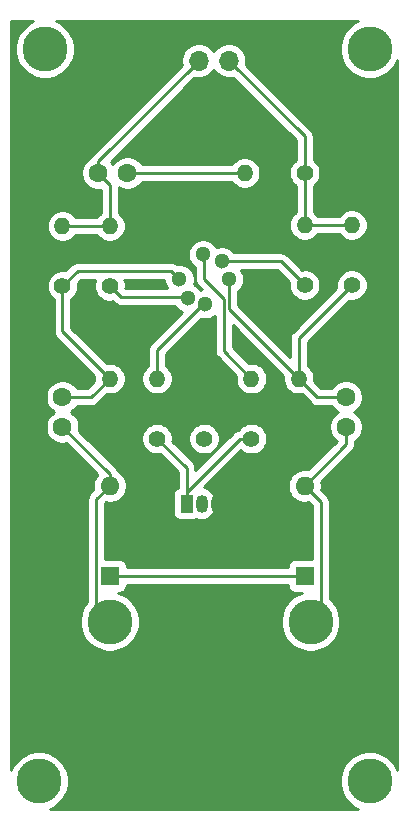
<source format=gbr>
%TF.GenerationSoftware,KiCad,Pcbnew,5.1.10*%
%TF.CreationDate,2021-06-08T02:44:04+02:00*%
%TF.ProjectId,piezo-jfet,7069657a-6f2d-46a6-9665-742e6b696361,rev?*%
%TF.SameCoordinates,Original*%
%TF.FileFunction,Copper,L1,Top*%
%TF.FilePolarity,Positive*%
%FSLAX46Y46*%
G04 Gerber Fmt 4.6, Leading zero omitted, Abs format (unit mm)*
G04 Created by KiCad (PCBNEW 5.1.10) date 2021-06-08 02:44:04*
%MOMM*%
%LPD*%
G01*
G04 APERTURE LIST*
%TA.AperFunction,ComponentPad*%
%ADD10O,1.400000X1.400000*%
%TD*%
%TA.AperFunction,ComponentPad*%
%ADD11C,1.400000*%
%TD*%
%TA.AperFunction,ComponentPad*%
%ADD12C,1.600000*%
%TD*%
%TA.AperFunction,ComponentPad*%
%ADD13O,1.600000X1.600000*%
%TD*%
%TA.AperFunction,ComponentPad*%
%ADD14R,1.600000X1.600000*%
%TD*%
%TA.AperFunction,ComponentPad*%
%ADD15O,1.700000X1.700000*%
%TD*%
%TA.AperFunction,ComponentPad*%
%ADD16R,1.700000X1.700000*%
%TD*%
%TA.AperFunction,ComponentPad*%
%ADD17R,1.050000X1.500000*%
%TD*%
%TA.AperFunction,ComponentPad*%
%ADD18O,1.050000X1.500000*%
%TD*%
%TA.AperFunction,ComponentPad*%
%ADD19C,3.800000*%
%TD*%
%TA.AperFunction,ComponentPad*%
%ADD20C,1.300000*%
%TD*%
%TA.AperFunction,ViaPad*%
%ADD21C,0.800000*%
%TD*%
%TA.AperFunction,Conductor*%
%ADD22C,0.250000*%
%TD*%
%TA.AperFunction,Conductor*%
%ADD23C,0.254000*%
%TD*%
%TA.AperFunction,Conductor*%
%ADD24C,0.100000*%
%TD*%
G04 APERTURE END LIST*
D10*
%TO.P,R5,2*%
%TO.N,Net-(C2-Pad1)*%
X72420000Y-58500000D03*
D11*
%TO.P,R5,1*%
%TO.N,Net-(J1-Pad3)*%
X77500000Y-58500000D03*
%TD*%
D12*
%TO.P,C1,2*%
%TO.N,Net-(C1-Pad2)*%
X57000000Y-80000000D03*
%TO.P,C1,1*%
%TO.N,Net-(C1-Pad1)*%
X57000000Y-77500000D03*
%TD*%
%TO.P,C2,2*%
%TO.N,Net-(C2-Pad2)*%
X60000000Y-58500000D03*
%TO.P,C2,1*%
%TO.N,Net-(C2-Pad1)*%
X62500000Y-58500000D03*
%TD*%
%TO.P,C3,2*%
%TO.N,Net-(C3-Pad2)*%
X81000000Y-77500000D03*
%TO.P,C3,1*%
%TO.N,Net-(C3-Pad1)*%
X81000000Y-80000000D03*
%TD*%
D13*
%TO.P,D1,2*%
%TO.N,Net-(C1-Pad2)*%
X61000000Y-85000000D03*
D14*
%TO.P,D1,1*%
%TO.N,Net-(D1-Pad1)*%
X61000000Y-92620000D03*
%TD*%
D13*
%TO.P,D2,2*%
%TO.N,Net-(C3-Pad1)*%
X77500000Y-85000000D03*
D14*
%TO.P,D2,1*%
%TO.N,Net-(D1-Pad1)*%
X77500000Y-92620000D03*
%TD*%
D10*
%TO.P,R1,2*%
%TO.N,Net-(C2-Pad2)*%
X57000000Y-63000000D03*
D11*
%TO.P,R1,1*%
%TO.N,Net-(C1-Pad1)*%
X57000000Y-68080000D03*
%TD*%
D10*
%TO.P,R2,2*%
%TO.N,Net-(C1-Pad1)*%
X61000000Y-75920000D03*
D11*
%TO.P,R2,1*%
%TO.N,GND*%
X61000000Y-81000000D03*
%TD*%
D10*
%TO.P,R3,2*%
%TO.N,Net-(C2-Pad2)*%
X61000000Y-63000000D03*
D11*
%TO.P,R3,1*%
%TO.N,Net-(Q2-Pad2)*%
X61000000Y-68080000D03*
%TD*%
D10*
%TO.P,R4,2*%
%TO.N,Net-(Q2-Pad1)*%
X65000000Y-75920000D03*
D11*
%TO.P,R4,1*%
%TO.N,Net-(Q1-Pad1)*%
X65000000Y-81000000D03*
%TD*%
D10*
%TO.P,R7,2*%
%TO.N,Net-(J1-Pad3)*%
X77500000Y-62920000D03*
D11*
%TO.P,R7,1*%
%TO.N,Net-(Q2-Pad5)*%
X77500000Y-68000000D03*
%TD*%
D10*
%TO.P,R8,2*%
%TO.N,Net-(Q2-Pad4)*%
X73000000Y-75920000D03*
D11*
%TO.P,R8,1*%
%TO.N,Net-(Q1-Pad1)*%
X73000000Y-81000000D03*
%TD*%
D10*
%TO.P,R9,2*%
%TO.N,Net-(J1-Pad3)*%
X81500000Y-62920000D03*
D11*
%TO.P,R9,1*%
%TO.N,Net-(C3-Pad2)*%
X81500000Y-68000000D03*
%TD*%
D10*
%TO.P,R10,2*%
%TO.N,Net-(C3-Pad2)*%
X77000000Y-75920000D03*
D11*
%TO.P,R10,1*%
%TO.N,GND*%
X77000000Y-81000000D03*
%TD*%
D15*
%TO.P,J1,3*%
%TO.N,Net-(J1-Pad3)*%
X71080000Y-49000000D03*
%TO.P,J1,2*%
%TO.N,Net-(C2-Pad2)*%
X68540000Y-49000000D03*
D16*
%TO.P,J1,1*%
%TO.N,GND*%
X66000000Y-49000000D03*
%TD*%
D17*
%TO.P,Q1,1*%
%TO.N,Net-(Q1-Pad1)*%
X67500000Y-86500000D03*
D18*
%TO.P,Q1,3*%
%TO.N,GND*%
X70040000Y-86500000D03*
%TO.P,Q1,2*%
%TO.N,Net-(Q1-Pad2)*%
X68770000Y-86500000D03*
%TD*%
D10*
%TO.P,R12,2*%
%TO.N,GND*%
X69000000Y-75920000D03*
D11*
%TO.P,R12,1*%
%TO.N,Net-(Q1-Pad2)*%
X69000000Y-81000000D03*
%TD*%
D19*
%TO.P,J2,1*%
%TO.N,Net-(J2-Pad1)*%
X55500000Y-48000000D03*
%TD*%
%TO.P,J3,1*%
%TO.N,Net-(J3-Pad1)*%
X55000000Y-110000000D03*
%TD*%
%TO.P,J4,1*%
%TO.N,Net-(J4-Pad1)*%
X83000000Y-48000000D03*
%TD*%
%TO.P,J5,1*%
%TO.N,Net-(J5-Pad1)*%
X83000000Y-110000000D03*
%TD*%
%TO.P,J6,1*%
%TO.N,Net-(C1-Pad2)*%
X61000000Y-96500000D03*
%TD*%
%TO.P,J8,1*%
%TO.N,GND*%
X69000000Y-96500000D03*
%TD*%
%TO.P,J9,1*%
%TO.N,Net-(C3-Pad1)*%
X78000000Y-96500000D03*
%TD*%
D20*
%TO.P,Q2,1*%
%TO.N,Net-(Q2-Pad1)*%
X69100000Y-69600000D03*
%TO.P,Q2,2*%
%TO.N,Net-(Q2-Pad2)*%
X67600000Y-69100000D03*
%TO.P,Q2,3*%
%TO.N,Net-(C1-Pad1)*%
X66900000Y-67500000D03*
%TO.P,Q2,4*%
%TO.N,Net-(Q2-Pad4)*%
X68900000Y-65400000D03*
%TO.P,Q2,5*%
%TO.N,Net-(Q2-Pad5)*%
X70500000Y-66000000D03*
%TO.P,Q2,6*%
%TO.N,Net-(C3-Pad2)*%
X71100000Y-67500000D03*
%TD*%
D21*
%TO.N,GND*%
X63000000Y-68000000D03*
%TD*%
D22*
%TO.N,Net-(C1-Pad2)*%
X61000000Y-84000000D02*
X61000000Y-85000000D01*
X57000000Y-80000000D02*
X61000000Y-84000000D01*
X59874999Y-86125001D02*
X61000000Y-85000000D01*
X59874999Y-95414999D02*
X59874999Y-86125001D01*
X60460000Y-96000000D02*
X59874999Y-95414999D01*
%TO.N,Net-(C1-Pad1)*%
X57000000Y-71920000D02*
X61000000Y-75920000D01*
X57000000Y-68080000D02*
X57000000Y-71920000D01*
X58279999Y-66800001D02*
X66200001Y-66800001D01*
X66200001Y-66800001D02*
X66900000Y-67500000D01*
X57000000Y-68080000D02*
X58279999Y-66800001D01*
X59420000Y-77500000D02*
X61000000Y-75920000D01*
X57000000Y-77500000D02*
X59420000Y-77500000D01*
%TO.N,Net-(C2-Pad1)*%
X72420000Y-58500000D02*
X62500000Y-58500000D01*
%TO.N,Net-(C2-Pad2)*%
X60000000Y-57540000D02*
X60000000Y-58500000D01*
X68540000Y-49000000D02*
X60000000Y-57540000D01*
X61000000Y-59500000D02*
X60000000Y-58500000D01*
X61000000Y-63000000D02*
X61000000Y-59500000D01*
X61000000Y-63000000D02*
X57000000Y-63000000D01*
%TO.N,Net-(C3-Pad1)*%
X81000000Y-81500000D02*
X77500000Y-85000000D01*
X81000000Y-80000000D02*
X81000000Y-81500000D01*
X78849999Y-86349999D02*
X77500000Y-85000000D01*
X78849999Y-95150001D02*
X78849999Y-86349999D01*
X78000000Y-96000000D02*
X78849999Y-95150001D01*
%TO.N,Net-(C3-Pad2)*%
X71100000Y-70020000D02*
X77000000Y-75920000D01*
X71100000Y-67400000D02*
X71100000Y-70020000D01*
X77000000Y-72500000D02*
X81500000Y-68000000D01*
X77000000Y-75920000D02*
X77000000Y-72500000D01*
X78580000Y-77500000D02*
X77000000Y-75920000D01*
X81000000Y-77500000D02*
X78580000Y-77500000D01*
%TO.N,Net-(D1-Pad1)*%
X61000000Y-92620000D02*
X77500000Y-92620000D01*
%TO.N,Net-(J1-Pad3)*%
X77500000Y-55420000D02*
X71080000Y-49000000D01*
X77500000Y-58500000D02*
X77500000Y-55420000D01*
X77500000Y-62920000D02*
X77500000Y-58500000D01*
X81500000Y-62920000D02*
X77500000Y-62920000D01*
%TO.N,Net-(Q1-Pad1)*%
X67500000Y-85510051D02*
X67500000Y-86500000D01*
X72010051Y-81000000D02*
X67500000Y-85510051D01*
X73000000Y-81000000D02*
X72010051Y-81000000D01*
X67500000Y-83500000D02*
X65000000Y-81000000D01*
X67500000Y-86500000D02*
X67500000Y-83500000D01*
%TO.N,Net-(Q2-Pad1)*%
X65000000Y-73500000D02*
X69000000Y-69500000D01*
X65000000Y-75920000D02*
X65000000Y-73500000D01*
%TO.N,Net-(Q2-Pad2)*%
X61920000Y-69000000D02*
X61000000Y-68080000D01*
X67500000Y-69000000D02*
X61920000Y-69000000D01*
%TO.N,Net-(Q2-Pad4)*%
X70649990Y-73569990D02*
X73000000Y-75920000D01*
X70649990Y-69149990D02*
X70649990Y-73569990D01*
X69000000Y-67500000D02*
X70649990Y-69149990D01*
X69000000Y-65400000D02*
X69000000Y-67500000D01*
%TO.N,Net-(Q2-Pad5)*%
X75500000Y-66000000D02*
X70500000Y-66000000D01*
X77500000Y-68000000D02*
X75500000Y-66000000D01*
%TD*%
D23*
%TO.N,GND*%
X54299227Y-45753512D02*
X53884032Y-46030937D01*
X53530937Y-46384032D01*
X53253512Y-46799227D01*
X53062418Y-47260568D01*
X52965000Y-47750324D01*
X52965000Y-48249676D01*
X53062418Y-48739432D01*
X53253512Y-49200773D01*
X53530937Y-49615968D01*
X53884032Y-49969063D01*
X54299227Y-50246488D01*
X54760568Y-50437582D01*
X55250324Y-50535000D01*
X55749676Y-50535000D01*
X56239432Y-50437582D01*
X56700773Y-50246488D01*
X57115968Y-49969063D01*
X57469063Y-49615968D01*
X57746488Y-49200773D01*
X57937582Y-48739432D01*
X58035000Y-48249676D01*
X58035000Y-47750324D01*
X57937582Y-47260568D01*
X57746488Y-46799227D01*
X57469063Y-46384032D01*
X57115968Y-46030937D01*
X56700773Y-45753512D01*
X56475015Y-45660000D01*
X82024985Y-45660000D01*
X81799227Y-45753512D01*
X81384032Y-46030937D01*
X81030937Y-46384032D01*
X80753512Y-46799227D01*
X80562418Y-47260568D01*
X80465000Y-47750324D01*
X80465000Y-48249676D01*
X80562418Y-48739432D01*
X80753512Y-49200773D01*
X81030937Y-49615968D01*
X81384032Y-49969063D01*
X81799227Y-50246488D01*
X82260568Y-50437582D01*
X82750324Y-50535000D01*
X83249676Y-50535000D01*
X83739432Y-50437582D01*
X84200773Y-50246488D01*
X84615968Y-49969063D01*
X84969063Y-49615968D01*
X85246488Y-49200773D01*
X85340001Y-48975013D01*
X85340000Y-109024985D01*
X85246488Y-108799227D01*
X84969063Y-108384032D01*
X84615968Y-108030937D01*
X84200773Y-107753512D01*
X83739432Y-107562418D01*
X83249676Y-107465000D01*
X82750324Y-107465000D01*
X82260568Y-107562418D01*
X81799227Y-107753512D01*
X81384032Y-108030937D01*
X81030937Y-108384032D01*
X80753512Y-108799227D01*
X80562418Y-109260568D01*
X80465000Y-109750324D01*
X80465000Y-110249676D01*
X80562418Y-110739432D01*
X80753512Y-111200773D01*
X81030937Y-111615968D01*
X81384032Y-111969063D01*
X81799227Y-112246488D01*
X82024985Y-112340000D01*
X55975015Y-112340000D01*
X56200773Y-112246488D01*
X56615968Y-111969063D01*
X56969063Y-111615968D01*
X57246488Y-111200773D01*
X57437582Y-110739432D01*
X57535000Y-110249676D01*
X57535000Y-109750324D01*
X57437582Y-109260568D01*
X57246488Y-108799227D01*
X56969063Y-108384032D01*
X56615968Y-108030937D01*
X56200773Y-107753512D01*
X55739432Y-107562418D01*
X55249676Y-107465000D01*
X54750324Y-107465000D01*
X54260568Y-107562418D01*
X53799227Y-107753512D01*
X53384032Y-108030937D01*
X53030937Y-108384032D01*
X52753512Y-108799227D01*
X52660000Y-109024985D01*
X52660000Y-77358665D01*
X55565000Y-77358665D01*
X55565000Y-77641335D01*
X55620147Y-77918574D01*
X55728320Y-78179727D01*
X55885363Y-78414759D01*
X56085241Y-78614637D01*
X56287827Y-78750000D01*
X56085241Y-78885363D01*
X55885363Y-79085241D01*
X55728320Y-79320273D01*
X55620147Y-79581426D01*
X55565000Y-79858665D01*
X55565000Y-80141335D01*
X55620147Y-80418574D01*
X55728320Y-80679727D01*
X55885363Y-80914759D01*
X56085241Y-81114637D01*
X56320273Y-81271680D01*
X56581426Y-81379853D01*
X56858665Y-81435000D01*
X57141335Y-81435000D01*
X57323887Y-81398688D01*
X59947901Y-84022703D01*
X59885363Y-84085241D01*
X59728320Y-84320273D01*
X59620147Y-84581426D01*
X59565000Y-84858665D01*
X59565000Y-85141335D01*
X59601312Y-85323887D01*
X59363997Y-85561202D01*
X59334999Y-85585000D01*
X59311201Y-85613998D01*
X59311200Y-85613999D01*
X59240025Y-85700725D01*
X59169453Y-85832755D01*
X59125997Y-85976016D01*
X59111323Y-86125001D01*
X59115000Y-86162333D01*
X59114999Y-94799970D01*
X59030937Y-94884032D01*
X58753512Y-95299227D01*
X58562418Y-95760568D01*
X58465000Y-96250324D01*
X58465000Y-96749676D01*
X58562418Y-97239432D01*
X58753512Y-97700773D01*
X59030937Y-98115968D01*
X59384032Y-98469063D01*
X59799227Y-98746488D01*
X60260568Y-98937582D01*
X60750324Y-99035000D01*
X61249676Y-99035000D01*
X61739432Y-98937582D01*
X62200773Y-98746488D01*
X62615968Y-98469063D01*
X62969063Y-98115968D01*
X63246488Y-97700773D01*
X63437582Y-97239432D01*
X63535000Y-96749676D01*
X63535000Y-96250324D01*
X63437582Y-95760568D01*
X63246488Y-95299227D01*
X62969063Y-94884032D01*
X62615968Y-94530937D01*
X62200773Y-94253512D01*
X61739432Y-94062418D01*
X61717583Y-94058072D01*
X61800000Y-94058072D01*
X61924482Y-94045812D01*
X62044180Y-94009502D01*
X62154494Y-93950537D01*
X62251185Y-93871185D01*
X62330537Y-93774494D01*
X62389502Y-93664180D01*
X62425812Y-93544482D01*
X62438072Y-93420000D01*
X62438072Y-93380000D01*
X76061928Y-93380000D01*
X76061928Y-93420000D01*
X76074188Y-93544482D01*
X76110498Y-93664180D01*
X76169463Y-93774494D01*
X76248815Y-93871185D01*
X76345506Y-93950537D01*
X76455820Y-94009502D01*
X76575518Y-94045812D01*
X76700000Y-94058072D01*
X77282417Y-94058072D01*
X77260568Y-94062418D01*
X76799227Y-94253512D01*
X76384032Y-94530937D01*
X76030937Y-94884032D01*
X75753512Y-95299227D01*
X75562418Y-95760568D01*
X75465000Y-96250324D01*
X75465000Y-96749676D01*
X75562418Y-97239432D01*
X75753512Y-97700773D01*
X76030937Y-98115968D01*
X76384032Y-98469063D01*
X76799227Y-98746488D01*
X77260568Y-98937582D01*
X77750324Y-99035000D01*
X78249676Y-99035000D01*
X78739432Y-98937582D01*
X79200773Y-98746488D01*
X79615968Y-98469063D01*
X79969063Y-98115968D01*
X80246488Y-97700773D01*
X80437582Y-97239432D01*
X80535000Y-96749676D01*
X80535000Y-96250324D01*
X80437582Y-95760568D01*
X80246488Y-95299227D01*
X79969063Y-94884032D01*
X79615968Y-94530937D01*
X79609999Y-94526949D01*
X79609999Y-86387322D01*
X79613675Y-86349999D01*
X79609999Y-86312676D01*
X79609999Y-86312666D01*
X79599002Y-86201013D01*
X79555545Y-86057752D01*
X79511855Y-85976015D01*
X79484973Y-85925722D01*
X79413798Y-85838996D01*
X79390000Y-85809998D01*
X79361002Y-85786200D01*
X78898688Y-85323886D01*
X78935000Y-85141335D01*
X78935000Y-84858665D01*
X78898688Y-84676114D01*
X81511008Y-82063795D01*
X81540001Y-82040001D01*
X81563795Y-82011008D01*
X81563799Y-82011004D01*
X81634973Y-81924277D01*
X81674134Y-81851013D01*
X81705546Y-81792247D01*
X81749003Y-81648986D01*
X81760000Y-81537333D01*
X81760000Y-81537324D01*
X81763676Y-81500001D01*
X81760000Y-81462678D01*
X81760000Y-81218043D01*
X81914759Y-81114637D01*
X82114637Y-80914759D01*
X82271680Y-80679727D01*
X82379853Y-80418574D01*
X82435000Y-80141335D01*
X82435000Y-79858665D01*
X82379853Y-79581426D01*
X82271680Y-79320273D01*
X82114637Y-79085241D01*
X81914759Y-78885363D01*
X81712173Y-78750000D01*
X81914759Y-78614637D01*
X82114637Y-78414759D01*
X82271680Y-78179727D01*
X82379853Y-77918574D01*
X82435000Y-77641335D01*
X82435000Y-77358665D01*
X82379853Y-77081426D01*
X82271680Y-76820273D01*
X82114637Y-76585241D01*
X81914759Y-76385363D01*
X81679727Y-76228320D01*
X81418574Y-76120147D01*
X81141335Y-76065000D01*
X80858665Y-76065000D01*
X80581426Y-76120147D01*
X80320273Y-76228320D01*
X80085241Y-76385363D01*
X79885363Y-76585241D01*
X79781957Y-76740000D01*
X78894803Y-76740000D01*
X78313645Y-76158843D01*
X78335000Y-76051486D01*
X78335000Y-75788514D01*
X78283696Y-75530595D01*
X78183061Y-75287641D01*
X78036962Y-75068987D01*
X77851013Y-74883038D01*
X77760000Y-74822225D01*
X77760000Y-72814801D01*
X81261157Y-69313645D01*
X81368514Y-69335000D01*
X81631486Y-69335000D01*
X81889405Y-69283696D01*
X82132359Y-69183061D01*
X82351013Y-69036962D01*
X82536962Y-68851013D01*
X82683061Y-68632359D01*
X82783696Y-68389405D01*
X82835000Y-68131486D01*
X82835000Y-67868514D01*
X82783696Y-67610595D01*
X82683061Y-67367641D01*
X82536962Y-67148987D01*
X82351013Y-66963038D01*
X82132359Y-66816939D01*
X81889405Y-66716304D01*
X81631486Y-66665000D01*
X81368514Y-66665000D01*
X81110595Y-66716304D01*
X80867641Y-66816939D01*
X80648987Y-66963038D01*
X80463038Y-67148987D01*
X80316939Y-67367641D01*
X80216304Y-67610595D01*
X80165000Y-67868514D01*
X80165000Y-68131486D01*
X80186355Y-68238843D01*
X76488998Y-71936201D01*
X76460000Y-71959999D01*
X76436202Y-71988997D01*
X76436201Y-71988998D01*
X76365026Y-72075724D01*
X76294454Y-72207754D01*
X76250998Y-72351015D01*
X76236324Y-72500000D01*
X76240001Y-72537332D01*
X76240001Y-74085199D01*
X71860000Y-69705199D01*
X71860000Y-68537641D01*
X71919140Y-68498125D01*
X72098125Y-68319140D01*
X72238753Y-68108676D01*
X72335619Y-67874821D01*
X72385000Y-67626561D01*
X72385000Y-67373439D01*
X72335619Y-67125179D01*
X72238753Y-66891324D01*
X72151005Y-66760000D01*
X75185199Y-66760000D01*
X76186355Y-67761157D01*
X76165000Y-67868514D01*
X76165000Y-68131486D01*
X76216304Y-68389405D01*
X76316939Y-68632359D01*
X76463038Y-68851013D01*
X76648987Y-69036962D01*
X76867641Y-69183061D01*
X77110595Y-69283696D01*
X77368514Y-69335000D01*
X77631486Y-69335000D01*
X77889405Y-69283696D01*
X78132359Y-69183061D01*
X78351013Y-69036962D01*
X78536962Y-68851013D01*
X78683061Y-68632359D01*
X78783696Y-68389405D01*
X78835000Y-68131486D01*
X78835000Y-67868514D01*
X78783696Y-67610595D01*
X78683061Y-67367641D01*
X78536962Y-67148987D01*
X78351013Y-66963038D01*
X78132359Y-66816939D01*
X77889405Y-66716304D01*
X77631486Y-66665000D01*
X77368514Y-66665000D01*
X77261157Y-66686355D01*
X76063804Y-65489003D01*
X76040001Y-65459999D01*
X75924276Y-65365026D01*
X75792247Y-65294454D01*
X75648986Y-65250997D01*
X75537333Y-65240000D01*
X75537322Y-65240000D01*
X75500000Y-65236324D01*
X75462678Y-65240000D01*
X71537641Y-65240000D01*
X71498125Y-65180860D01*
X71319140Y-65001875D01*
X71108676Y-64861247D01*
X70874821Y-64764381D01*
X70626561Y-64715000D01*
X70373439Y-64715000D01*
X70125179Y-64764381D01*
X70041884Y-64798883D01*
X70038753Y-64791324D01*
X69898125Y-64580860D01*
X69719140Y-64401875D01*
X69508676Y-64261247D01*
X69274821Y-64164381D01*
X69026561Y-64115000D01*
X68773439Y-64115000D01*
X68525179Y-64164381D01*
X68291324Y-64261247D01*
X68080860Y-64401875D01*
X67901875Y-64580860D01*
X67761247Y-64791324D01*
X67664381Y-65025179D01*
X67615000Y-65273439D01*
X67615000Y-65526561D01*
X67664381Y-65774821D01*
X67761247Y-66008676D01*
X67901875Y-66219140D01*
X68080860Y-66398125D01*
X68240001Y-66504460D01*
X68240001Y-67462668D01*
X68236324Y-67500000D01*
X68250998Y-67648985D01*
X68294454Y-67792246D01*
X68365026Y-67924276D01*
X68395368Y-67961247D01*
X68460000Y-68040001D01*
X68488998Y-68063799D01*
X68778895Y-68353696D01*
X68725179Y-68364381D01*
X68669377Y-68387495D01*
X68598125Y-68280860D01*
X68419140Y-68101875D01*
X68208676Y-67961247D01*
X68115762Y-67922761D01*
X68135619Y-67874821D01*
X68185000Y-67626561D01*
X68185000Y-67373439D01*
X68135619Y-67125179D01*
X68038753Y-66891324D01*
X67898125Y-66680860D01*
X67719140Y-66501875D01*
X67508676Y-66361247D01*
X67274821Y-66264381D01*
X67026561Y-66215000D01*
X66773439Y-66215000D01*
X66702390Y-66229132D01*
X66624277Y-66165027D01*
X66492248Y-66094455D01*
X66348987Y-66050998D01*
X66237334Y-66040001D01*
X66237323Y-66040001D01*
X66200001Y-66036325D01*
X66162679Y-66040001D01*
X58317322Y-66040001D01*
X58279999Y-66036325D01*
X58242676Y-66040001D01*
X58242666Y-66040001D01*
X58131013Y-66050998D01*
X57987752Y-66094455D01*
X57855722Y-66165027D01*
X57789786Y-66219140D01*
X57739998Y-66260000D01*
X57716200Y-66288998D01*
X57238843Y-66766355D01*
X57131486Y-66745000D01*
X56868514Y-66745000D01*
X56610595Y-66796304D01*
X56367641Y-66896939D01*
X56148987Y-67043038D01*
X55963038Y-67228987D01*
X55816939Y-67447641D01*
X55716304Y-67690595D01*
X55665000Y-67948514D01*
X55665000Y-68211486D01*
X55716304Y-68469405D01*
X55816939Y-68712359D01*
X55963038Y-68931013D01*
X56148987Y-69116962D01*
X56240000Y-69177775D01*
X56240001Y-71882668D01*
X56236324Y-71920000D01*
X56250998Y-72068985D01*
X56294454Y-72212246D01*
X56365026Y-72344276D01*
X56436201Y-72431002D01*
X56460000Y-72460001D01*
X56488998Y-72483799D01*
X59686355Y-75681157D01*
X59665000Y-75788514D01*
X59665000Y-76051486D01*
X59686355Y-76158843D01*
X59105199Y-76740000D01*
X58218043Y-76740000D01*
X58114637Y-76585241D01*
X57914759Y-76385363D01*
X57679727Y-76228320D01*
X57418574Y-76120147D01*
X57141335Y-76065000D01*
X56858665Y-76065000D01*
X56581426Y-76120147D01*
X56320273Y-76228320D01*
X56085241Y-76385363D01*
X55885363Y-76585241D01*
X55728320Y-76820273D01*
X55620147Y-77081426D01*
X55565000Y-77358665D01*
X52660000Y-77358665D01*
X52660000Y-62868514D01*
X55665000Y-62868514D01*
X55665000Y-63131486D01*
X55716304Y-63389405D01*
X55816939Y-63632359D01*
X55963038Y-63851013D01*
X56148987Y-64036962D01*
X56367641Y-64183061D01*
X56610595Y-64283696D01*
X56868514Y-64335000D01*
X57131486Y-64335000D01*
X57389405Y-64283696D01*
X57632359Y-64183061D01*
X57851013Y-64036962D01*
X58036962Y-63851013D01*
X58097775Y-63760000D01*
X59902225Y-63760000D01*
X59963038Y-63851013D01*
X60148987Y-64036962D01*
X60367641Y-64183061D01*
X60610595Y-64283696D01*
X60868514Y-64335000D01*
X61131486Y-64335000D01*
X61389405Y-64283696D01*
X61632359Y-64183061D01*
X61851013Y-64036962D01*
X62036962Y-63851013D01*
X62183061Y-63632359D01*
X62283696Y-63389405D01*
X62335000Y-63131486D01*
X62335000Y-62868514D01*
X62283696Y-62610595D01*
X62183061Y-62367641D01*
X62036962Y-62148987D01*
X61851013Y-61963038D01*
X61760000Y-61902225D01*
X61760000Y-59731407D01*
X61820273Y-59771680D01*
X62081426Y-59879853D01*
X62358665Y-59935000D01*
X62641335Y-59935000D01*
X62918574Y-59879853D01*
X63179727Y-59771680D01*
X63414759Y-59614637D01*
X63614637Y-59414759D01*
X63718043Y-59260000D01*
X71322225Y-59260000D01*
X71383038Y-59351013D01*
X71568987Y-59536962D01*
X71787641Y-59683061D01*
X72030595Y-59783696D01*
X72288514Y-59835000D01*
X72551486Y-59835000D01*
X72809405Y-59783696D01*
X73052359Y-59683061D01*
X73271013Y-59536962D01*
X73456962Y-59351013D01*
X73603061Y-59132359D01*
X73703696Y-58889405D01*
X73755000Y-58631486D01*
X73755000Y-58368514D01*
X73703696Y-58110595D01*
X73603061Y-57867641D01*
X73456962Y-57648987D01*
X73271013Y-57463038D01*
X73052359Y-57316939D01*
X72809405Y-57216304D01*
X72551486Y-57165000D01*
X72288514Y-57165000D01*
X72030595Y-57216304D01*
X71787641Y-57316939D01*
X71568987Y-57463038D01*
X71383038Y-57648987D01*
X71322225Y-57740000D01*
X63718043Y-57740000D01*
X63614637Y-57585241D01*
X63414759Y-57385363D01*
X63179727Y-57228320D01*
X62918574Y-57120147D01*
X62641335Y-57065000D01*
X62358665Y-57065000D01*
X62081426Y-57120147D01*
X61820273Y-57228320D01*
X61585241Y-57385363D01*
X61385363Y-57585241D01*
X61250000Y-57787827D01*
X61114637Y-57585241D01*
X61072099Y-57542703D01*
X68173592Y-50441210D01*
X68393740Y-50485000D01*
X68686260Y-50485000D01*
X68973158Y-50427932D01*
X69243411Y-50315990D01*
X69486632Y-50153475D01*
X69693475Y-49946632D01*
X69810000Y-49772240D01*
X69926525Y-49946632D01*
X70133368Y-50153475D01*
X70376589Y-50315990D01*
X70646842Y-50427932D01*
X70933740Y-50485000D01*
X71226260Y-50485000D01*
X71446408Y-50441209D01*
X76740001Y-55734803D01*
X76740000Y-57402225D01*
X76648987Y-57463038D01*
X76463038Y-57648987D01*
X76316939Y-57867641D01*
X76216304Y-58110595D01*
X76165000Y-58368514D01*
X76165000Y-58631486D01*
X76216304Y-58889405D01*
X76316939Y-59132359D01*
X76463038Y-59351013D01*
X76648987Y-59536962D01*
X76740001Y-59597775D01*
X76740000Y-61822225D01*
X76648987Y-61883038D01*
X76463038Y-62068987D01*
X76316939Y-62287641D01*
X76216304Y-62530595D01*
X76165000Y-62788514D01*
X76165000Y-63051486D01*
X76216304Y-63309405D01*
X76316939Y-63552359D01*
X76463038Y-63771013D01*
X76648987Y-63956962D01*
X76867641Y-64103061D01*
X77110595Y-64203696D01*
X77368514Y-64255000D01*
X77631486Y-64255000D01*
X77889405Y-64203696D01*
X78132359Y-64103061D01*
X78351013Y-63956962D01*
X78536962Y-63771013D01*
X78597775Y-63680000D01*
X80402225Y-63680000D01*
X80463038Y-63771013D01*
X80648987Y-63956962D01*
X80867641Y-64103061D01*
X81110595Y-64203696D01*
X81368514Y-64255000D01*
X81631486Y-64255000D01*
X81889405Y-64203696D01*
X82132359Y-64103061D01*
X82351013Y-63956962D01*
X82536962Y-63771013D01*
X82683061Y-63552359D01*
X82783696Y-63309405D01*
X82835000Y-63051486D01*
X82835000Y-62788514D01*
X82783696Y-62530595D01*
X82683061Y-62287641D01*
X82536962Y-62068987D01*
X82351013Y-61883038D01*
X82132359Y-61736939D01*
X81889405Y-61636304D01*
X81631486Y-61585000D01*
X81368514Y-61585000D01*
X81110595Y-61636304D01*
X80867641Y-61736939D01*
X80648987Y-61883038D01*
X80463038Y-62068987D01*
X80402225Y-62160000D01*
X78597775Y-62160000D01*
X78536962Y-62068987D01*
X78351013Y-61883038D01*
X78260000Y-61822225D01*
X78260000Y-59597775D01*
X78351013Y-59536962D01*
X78536962Y-59351013D01*
X78683061Y-59132359D01*
X78783696Y-58889405D01*
X78835000Y-58631486D01*
X78835000Y-58368514D01*
X78783696Y-58110595D01*
X78683061Y-57867641D01*
X78536962Y-57648987D01*
X78351013Y-57463038D01*
X78260000Y-57402225D01*
X78260000Y-55457322D01*
X78263676Y-55419999D01*
X78260000Y-55382676D01*
X78260000Y-55382667D01*
X78249003Y-55271014D01*
X78205546Y-55127753D01*
X78134974Y-54995723D01*
X78063799Y-54908997D01*
X78040001Y-54879999D01*
X78011003Y-54856201D01*
X72521209Y-49366408D01*
X72565000Y-49146260D01*
X72565000Y-48853740D01*
X72507932Y-48566842D01*
X72395990Y-48296589D01*
X72233475Y-48053368D01*
X72026632Y-47846525D01*
X71783411Y-47684010D01*
X71513158Y-47572068D01*
X71226260Y-47515000D01*
X70933740Y-47515000D01*
X70646842Y-47572068D01*
X70376589Y-47684010D01*
X70133368Y-47846525D01*
X69926525Y-48053368D01*
X69810000Y-48227760D01*
X69693475Y-48053368D01*
X69486632Y-47846525D01*
X69243411Y-47684010D01*
X68973158Y-47572068D01*
X68686260Y-47515000D01*
X68393740Y-47515000D01*
X68106842Y-47572068D01*
X67836589Y-47684010D01*
X67593368Y-47846525D01*
X67386525Y-48053368D01*
X67224010Y-48296589D01*
X67112068Y-48566842D01*
X67055000Y-48853740D01*
X67055000Y-49146260D01*
X67098790Y-49366408D01*
X59489003Y-56976196D01*
X59459999Y-56999999D01*
X59406655Y-57065000D01*
X59365026Y-57115724D01*
X59304842Y-57228320D01*
X59296269Y-57244359D01*
X59085241Y-57385363D01*
X58885363Y-57585241D01*
X58728320Y-57820273D01*
X58620147Y-58081426D01*
X58565000Y-58358665D01*
X58565000Y-58641335D01*
X58620147Y-58918574D01*
X58728320Y-59179727D01*
X58885363Y-59414759D01*
X59085241Y-59614637D01*
X59320273Y-59771680D01*
X59581426Y-59879853D01*
X59858665Y-59935000D01*
X60141335Y-59935000D01*
X60240001Y-59915374D01*
X60240000Y-61902225D01*
X60148987Y-61963038D01*
X59963038Y-62148987D01*
X59902225Y-62240000D01*
X58097775Y-62240000D01*
X58036962Y-62148987D01*
X57851013Y-61963038D01*
X57632359Y-61816939D01*
X57389405Y-61716304D01*
X57131486Y-61665000D01*
X56868514Y-61665000D01*
X56610595Y-61716304D01*
X56367641Y-61816939D01*
X56148987Y-61963038D01*
X55963038Y-62148987D01*
X55816939Y-62367641D01*
X55716304Y-62610595D01*
X55665000Y-62868514D01*
X52660000Y-62868514D01*
X52660000Y-45660000D01*
X54524985Y-45660000D01*
X54299227Y-45753512D01*
%TA.AperFunction,Conductor*%
D24*
G36*
X54299227Y-45753512D02*
G01*
X53884032Y-46030937D01*
X53530937Y-46384032D01*
X53253512Y-46799227D01*
X53062418Y-47260568D01*
X52965000Y-47750324D01*
X52965000Y-48249676D01*
X53062418Y-48739432D01*
X53253512Y-49200773D01*
X53530937Y-49615968D01*
X53884032Y-49969063D01*
X54299227Y-50246488D01*
X54760568Y-50437582D01*
X55250324Y-50535000D01*
X55749676Y-50535000D01*
X56239432Y-50437582D01*
X56700773Y-50246488D01*
X57115968Y-49969063D01*
X57469063Y-49615968D01*
X57746488Y-49200773D01*
X57937582Y-48739432D01*
X58035000Y-48249676D01*
X58035000Y-47750324D01*
X57937582Y-47260568D01*
X57746488Y-46799227D01*
X57469063Y-46384032D01*
X57115968Y-46030937D01*
X56700773Y-45753512D01*
X56475015Y-45660000D01*
X82024985Y-45660000D01*
X81799227Y-45753512D01*
X81384032Y-46030937D01*
X81030937Y-46384032D01*
X80753512Y-46799227D01*
X80562418Y-47260568D01*
X80465000Y-47750324D01*
X80465000Y-48249676D01*
X80562418Y-48739432D01*
X80753512Y-49200773D01*
X81030937Y-49615968D01*
X81384032Y-49969063D01*
X81799227Y-50246488D01*
X82260568Y-50437582D01*
X82750324Y-50535000D01*
X83249676Y-50535000D01*
X83739432Y-50437582D01*
X84200773Y-50246488D01*
X84615968Y-49969063D01*
X84969063Y-49615968D01*
X85246488Y-49200773D01*
X85340001Y-48975013D01*
X85340000Y-109024985D01*
X85246488Y-108799227D01*
X84969063Y-108384032D01*
X84615968Y-108030937D01*
X84200773Y-107753512D01*
X83739432Y-107562418D01*
X83249676Y-107465000D01*
X82750324Y-107465000D01*
X82260568Y-107562418D01*
X81799227Y-107753512D01*
X81384032Y-108030937D01*
X81030937Y-108384032D01*
X80753512Y-108799227D01*
X80562418Y-109260568D01*
X80465000Y-109750324D01*
X80465000Y-110249676D01*
X80562418Y-110739432D01*
X80753512Y-111200773D01*
X81030937Y-111615968D01*
X81384032Y-111969063D01*
X81799227Y-112246488D01*
X82024985Y-112340000D01*
X55975015Y-112340000D01*
X56200773Y-112246488D01*
X56615968Y-111969063D01*
X56969063Y-111615968D01*
X57246488Y-111200773D01*
X57437582Y-110739432D01*
X57535000Y-110249676D01*
X57535000Y-109750324D01*
X57437582Y-109260568D01*
X57246488Y-108799227D01*
X56969063Y-108384032D01*
X56615968Y-108030937D01*
X56200773Y-107753512D01*
X55739432Y-107562418D01*
X55249676Y-107465000D01*
X54750324Y-107465000D01*
X54260568Y-107562418D01*
X53799227Y-107753512D01*
X53384032Y-108030937D01*
X53030937Y-108384032D01*
X52753512Y-108799227D01*
X52660000Y-109024985D01*
X52660000Y-77358665D01*
X55565000Y-77358665D01*
X55565000Y-77641335D01*
X55620147Y-77918574D01*
X55728320Y-78179727D01*
X55885363Y-78414759D01*
X56085241Y-78614637D01*
X56287827Y-78750000D01*
X56085241Y-78885363D01*
X55885363Y-79085241D01*
X55728320Y-79320273D01*
X55620147Y-79581426D01*
X55565000Y-79858665D01*
X55565000Y-80141335D01*
X55620147Y-80418574D01*
X55728320Y-80679727D01*
X55885363Y-80914759D01*
X56085241Y-81114637D01*
X56320273Y-81271680D01*
X56581426Y-81379853D01*
X56858665Y-81435000D01*
X57141335Y-81435000D01*
X57323887Y-81398688D01*
X59947901Y-84022703D01*
X59885363Y-84085241D01*
X59728320Y-84320273D01*
X59620147Y-84581426D01*
X59565000Y-84858665D01*
X59565000Y-85141335D01*
X59601312Y-85323887D01*
X59363997Y-85561202D01*
X59334999Y-85585000D01*
X59311201Y-85613998D01*
X59311200Y-85613999D01*
X59240025Y-85700725D01*
X59169453Y-85832755D01*
X59125997Y-85976016D01*
X59111323Y-86125001D01*
X59115000Y-86162333D01*
X59114999Y-94799970D01*
X59030937Y-94884032D01*
X58753512Y-95299227D01*
X58562418Y-95760568D01*
X58465000Y-96250324D01*
X58465000Y-96749676D01*
X58562418Y-97239432D01*
X58753512Y-97700773D01*
X59030937Y-98115968D01*
X59384032Y-98469063D01*
X59799227Y-98746488D01*
X60260568Y-98937582D01*
X60750324Y-99035000D01*
X61249676Y-99035000D01*
X61739432Y-98937582D01*
X62200773Y-98746488D01*
X62615968Y-98469063D01*
X62969063Y-98115968D01*
X63246488Y-97700773D01*
X63437582Y-97239432D01*
X63535000Y-96749676D01*
X63535000Y-96250324D01*
X63437582Y-95760568D01*
X63246488Y-95299227D01*
X62969063Y-94884032D01*
X62615968Y-94530937D01*
X62200773Y-94253512D01*
X61739432Y-94062418D01*
X61717583Y-94058072D01*
X61800000Y-94058072D01*
X61924482Y-94045812D01*
X62044180Y-94009502D01*
X62154494Y-93950537D01*
X62251185Y-93871185D01*
X62330537Y-93774494D01*
X62389502Y-93664180D01*
X62425812Y-93544482D01*
X62438072Y-93420000D01*
X62438072Y-93380000D01*
X76061928Y-93380000D01*
X76061928Y-93420000D01*
X76074188Y-93544482D01*
X76110498Y-93664180D01*
X76169463Y-93774494D01*
X76248815Y-93871185D01*
X76345506Y-93950537D01*
X76455820Y-94009502D01*
X76575518Y-94045812D01*
X76700000Y-94058072D01*
X77282417Y-94058072D01*
X77260568Y-94062418D01*
X76799227Y-94253512D01*
X76384032Y-94530937D01*
X76030937Y-94884032D01*
X75753512Y-95299227D01*
X75562418Y-95760568D01*
X75465000Y-96250324D01*
X75465000Y-96749676D01*
X75562418Y-97239432D01*
X75753512Y-97700773D01*
X76030937Y-98115968D01*
X76384032Y-98469063D01*
X76799227Y-98746488D01*
X77260568Y-98937582D01*
X77750324Y-99035000D01*
X78249676Y-99035000D01*
X78739432Y-98937582D01*
X79200773Y-98746488D01*
X79615968Y-98469063D01*
X79969063Y-98115968D01*
X80246488Y-97700773D01*
X80437582Y-97239432D01*
X80535000Y-96749676D01*
X80535000Y-96250324D01*
X80437582Y-95760568D01*
X80246488Y-95299227D01*
X79969063Y-94884032D01*
X79615968Y-94530937D01*
X79609999Y-94526949D01*
X79609999Y-86387322D01*
X79613675Y-86349999D01*
X79609999Y-86312676D01*
X79609999Y-86312666D01*
X79599002Y-86201013D01*
X79555545Y-86057752D01*
X79511855Y-85976015D01*
X79484973Y-85925722D01*
X79413798Y-85838996D01*
X79390000Y-85809998D01*
X79361002Y-85786200D01*
X78898688Y-85323886D01*
X78935000Y-85141335D01*
X78935000Y-84858665D01*
X78898688Y-84676114D01*
X81511008Y-82063795D01*
X81540001Y-82040001D01*
X81563795Y-82011008D01*
X81563799Y-82011004D01*
X81634973Y-81924277D01*
X81674134Y-81851013D01*
X81705546Y-81792247D01*
X81749003Y-81648986D01*
X81760000Y-81537333D01*
X81760000Y-81537324D01*
X81763676Y-81500001D01*
X81760000Y-81462678D01*
X81760000Y-81218043D01*
X81914759Y-81114637D01*
X82114637Y-80914759D01*
X82271680Y-80679727D01*
X82379853Y-80418574D01*
X82435000Y-80141335D01*
X82435000Y-79858665D01*
X82379853Y-79581426D01*
X82271680Y-79320273D01*
X82114637Y-79085241D01*
X81914759Y-78885363D01*
X81712173Y-78750000D01*
X81914759Y-78614637D01*
X82114637Y-78414759D01*
X82271680Y-78179727D01*
X82379853Y-77918574D01*
X82435000Y-77641335D01*
X82435000Y-77358665D01*
X82379853Y-77081426D01*
X82271680Y-76820273D01*
X82114637Y-76585241D01*
X81914759Y-76385363D01*
X81679727Y-76228320D01*
X81418574Y-76120147D01*
X81141335Y-76065000D01*
X80858665Y-76065000D01*
X80581426Y-76120147D01*
X80320273Y-76228320D01*
X80085241Y-76385363D01*
X79885363Y-76585241D01*
X79781957Y-76740000D01*
X78894803Y-76740000D01*
X78313645Y-76158843D01*
X78335000Y-76051486D01*
X78335000Y-75788514D01*
X78283696Y-75530595D01*
X78183061Y-75287641D01*
X78036962Y-75068987D01*
X77851013Y-74883038D01*
X77760000Y-74822225D01*
X77760000Y-72814801D01*
X81261157Y-69313645D01*
X81368514Y-69335000D01*
X81631486Y-69335000D01*
X81889405Y-69283696D01*
X82132359Y-69183061D01*
X82351013Y-69036962D01*
X82536962Y-68851013D01*
X82683061Y-68632359D01*
X82783696Y-68389405D01*
X82835000Y-68131486D01*
X82835000Y-67868514D01*
X82783696Y-67610595D01*
X82683061Y-67367641D01*
X82536962Y-67148987D01*
X82351013Y-66963038D01*
X82132359Y-66816939D01*
X81889405Y-66716304D01*
X81631486Y-66665000D01*
X81368514Y-66665000D01*
X81110595Y-66716304D01*
X80867641Y-66816939D01*
X80648987Y-66963038D01*
X80463038Y-67148987D01*
X80316939Y-67367641D01*
X80216304Y-67610595D01*
X80165000Y-67868514D01*
X80165000Y-68131486D01*
X80186355Y-68238843D01*
X76488998Y-71936201D01*
X76460000Y-71959999D01*
X76436202Y-71988997D01*
X76436201Y-71988998D01*
X76365026Y-72075724D01*
X76294454Y-72207754D01*
X76250998Y-72351015D01*
X76236324Y-72500000D01*
X76240001Y-72537332D01*
X76240001Y-74085199D01*
X71860000Y-69705199D01*
X71860000Y-68537641D01*
X71919140Y-68498125D01*
X72098125Y-68319140D01*
X72238753Y-68108676D01*
X72335619Y-67874821D01*
X72385000Y-67626561D01*
X72385000Y-67373439D01*
X72335619Y-67125179D01*
X72238753Y-66891324D01*
X72151005Y-66760000D01*
X75185199Y-66760000D01*
X76186355Y-67761157D01*
X76165000Y-67868514D01*
X76165000Y-68131486D01*
X76216304Y-68389405D01*
X76316939Y-68632359D01*
X76463038Y-68851013D01*
X76648987Y-69036962D01*
X76867641Y-69183061D01*
X77110595Y-69283696D01*
X77368514Y-69335000D01*
X77631486Y-69335000D01*
X77889405Y-69283696D01*
X78132359Y-69183061D01*
X78351013Y-69036962D01*
X78536962Y-68851013D01*
X78683061Y-68632359D01*
X78783696Y-68389405D01*
X78835000Y-68131486D01*
X78835000Y-67868514D01*
X78783696Y-67610595D01*
X78683061Y-67367641D01*
X78536962Y-67148987D01*
X78351013Y-66963038D01*
X78132359Y-66816939D01*
X77889405Y-66716304D01*
X77631486Y-66665000D01*
X77368514Y-66665000D01*
X77261157Y-66686355D01*
X76063804Y-65489003D01*
X76040001Y-65459999D01*
X75924276Y-65365026D01*
X75792247Y-65294454D01*
X75648986Y-65250997D01*
X75537333Y-65240000D01*
X75537322Y-65240000D01*
X75500000Y-65236324D01*
X75462678Y-65240000D01*
X71537641Y-65240000D01*
X71498125Y-65180860D01*
X71319140Y-65001875D01*
X71108676Y-64861247D01*
X70874821Y-64764381D01*
X70626561Y-64715000D01*
X70373439Y-64715000D01*
X70125179Y-64764381D01*
X70041884Y-64798883D01*
X70038753Y-64791324D01*
X69898125Y-64580860D01*
X69719140Y-64401875D01*
X69508676Y-64261247D01*
X69274821Y-64164381D01*
X69026561Y-64115000D01*
X68773439Y-64115000D01*
X68525179Y-64164381D01*
X68291324Y-64261247D01*
X68080860Y-64401875D01*
X67901875Y-64580860D01*
X67761247Y-64791324D01*
X67664381Y-65025179D01*
X67615000Y-65273439D01*
X67615000Y-65526561D01*
X67664381Y-65774821D01*
X67761247Y-66008676D01*
X67901875Y-66219140D01*
X68080860Y-66398125D01*
X68240001Y-66504460D01*
X68240001Y-67462668D01*
X68236324Y-67500000D01*
X68250998Y-67648985D01*
X68294454Y-67792246D01*
X68365026Y-67924276D01*
X68395368Y-67961247D01*
X68460000Y-68040001D01*
X68488998Y-68063799D01*
X68778895Y-68353696D01*
X68725179Y-68364381D01*
X68669377Y-68387495D01*
X68598125Y-68280860D01*
X68419140Y-68101875D01*
X68208676Y-67961247D01*
X68115762Y-67922761D01*
X68135619Y-67874821D01*
X68185000Y-67626561D01*
X68185000Y-67373439D01*
X68135619Y-67125179D01*
X68038753Y-66891324D01*
X67898125Y-66680860D01*
X67719140Y-66501875D01*
X67508676Y-66361247D01*
X67274821Y-66264381D01*
X67026561Y-66215000D01*
X66773439Y-66215000D01*
X66702390Y-66229132D01*
X66624277Y-66165027D01*
X66492248Y-66094455D01*
X66348987Y-66050998D01*
X66237334Y-66040001D01*
X66237323Y-66040001D01*
X66200001Y-66036325D01*
X66162679Y-66040001D01*
X58317322Y-66040001D01*
X58279999Y-66036325D01*
X58242676Y-66040001D01*
X58242666Y-66040001D01*
X58131013Y-66050998D01*
X57987752Y-66094455D01*
X57855722Y-66165027D01*
X57789786Y-66219140D01*
X57739998Y-66260000D01*
X57716200Y-66288998D01*
X57238843Y-66766355D01*
X57131486Y-66745000D01*
X56868514Y-66745000D01*
X56610595Y-66796304D01*
X56367641Y-66896939D01*
X56148987Y-67043038D01*
X55963038Y-67228987D01*
X55816939Y-67447641D01*
X55716304Y-67690595D01*
X55665000Y-67948514D01*
X55665000Y-68211486D01*
X55716304Y-68469405D01*
X55816939Y-68712359D01*
X55963038Y-68931013D01*
X56148987Y-69116962D01*
X56240000Y-69177775D01*
X56240001Y-71882668D01*
X56236324Y-71920000D01*
X56250998Y-72068985D01*
X56294454Y-72212246D01*
X56365026Y-72344276D01*
X56436201Y-72431002D01*
X56460000Y-72460001D01*
X56488998Y-72483799D01*
X59686355Y-75681157D01*
X59665000Y-75788514D01*
X59665000Y-76051486D01*
X59686355Y-76158843D01*
X59105199Y-76740000D01*
X58218043Y-76740000D01*
X58114637Y-76585241D01*
X57914759Y-76385363D01*
X57679727Y-76228320D01*
X57418574Y-76120147D01*
X57141335Y-76065000D01*
X56858665Y-76065000D01*
X56581426Y-76120147D01*
X56320273Y-76228320D01*
X56085241Y-76385363D01*
X55885363Y-76585241D01*
X55728320Y-76820273D01*
X55620147Y-77081426D01*
X55565000Y-77358665D01*
X52660000Y-77358665D01*
X52660000Y-62868514D01*
X55665000Y-62868514D01*
X55665000Y-63131486D01*
X55716304Y-63389405D01*
X55816939Y-63632359D01*
X55963038Y-63851013D01*
X56148987Y-64036962D01*
X56367641Y-64183061D01*
X56610595Y-64283696D01*
X56868514Y-64335000D01*
X57131486Y-64335000D01*
X57389405Y-64283696D01*
X57632359Y-64183061D01*
X57851013Y-64036962D01*
X58036962Y-63851013D01*
X58097775Y-63760000D01*
X59902225Y-63760000D01*
X59963038Y-63851013D01*
X60148987Y-64036962D01*
X60367641Y-64183061D01*
X60610595Y-64283696D01*
X60868514Y-64335000D01*
X61131486Y-64335000D01*
X61389405Y-64283696D01*
X61632359Y-64183061D01*
X61851013Y-64036962D01*
X62036962Y-63851013D01*
X62183061Y-63632359D01*
X62283696Y-63389405D01*
X62335000Y-63131486D01*
X62335000Y-62868514D01*
X62283696Y-62610595D01*
X62183061Y-62367641D01*
X62036962Y-62148987D01*
X61851013Y-61963038D01*
X61760000Y-61902225D01*
X61760000Y-59731407D01*
X61820273Y-59771680D01*
X62081426Y-59879853D01*
X62358665Y-59935000D01*
X62641335Y-59935000D01*
X62918574Y-59879853D01*
X63179727Y-59771680D01*
X63414759Y-59614637D01*
X63614637Y-59414759D01*
X63718043Y-59260000D01*
X71322225Y-59260000D01*
X71383038Y-59351013D01*
X71568987Y-59536962D01*
X71787641Y-59683061D01*
X72030595Y-59783696D01*
X72288514Y-59835000D01*
X72551486Y-59835000D01*
X72809405Y-59783696D01*
X73052359Y-59683061D01*
X73271013Y-59536962D01*
X73456962Y-59351013D01*
X73603061Y-59132359D01*
X73703696Y-58889405D01*
X73755000Y-58631486D01*
X73755000Y-58368514D01*
X73703696Y-58110595D01*
X73603061Y-57867641D01*
X73456962Y-57648987D01*
X73271013Y-57463038D01*
X73052359Y-57316939D01*
X72809405Y-57216304D01*
X72551486Y-57165000D01*
X72288514Y-57165000D01*
X72030595Y-57216304D01*
X71787641Y-57316939D01*
X71568987Y-57463038D01*
X71383038Y-57648987D01*
X71322225Y-57740000D01*
X63718043Y-57740000D01*
X63614637Y-57585241D01*
X63414759Y-57385363D01*
X63179727Y-57228320D01*
X62918574Y-57120147D01*
X62641335Y-57065000D01*
X62358665Y-57065000D01*
X62081426Y-57120147D01*
X61820273Y-57228320D01*
X61585241Y-57385363D01*
X61385363Y-57585241D01*
X61250000Y-57787827D01*
X61114637Y-57585241D01*
X61072099Y-57542703D01*
X68173592Y-50441210D01*
X68393740Y-50485000D01*
X68686260Y-50485000D01*
X68973158Y-50427932D01*
X69243411Y-50315990D01*
X69486632Y-50153475D01*
X69693475Y-49946632D01*
X69810000Y-49772240D01*
X69926525Y-49946632D01*
X70133368Y-50153475D01*
X70376589Y-50315990D01*
X70646842Y-50427932D01*
X70933740Y-50485000D01*
X71226260Y-50485000D01*
X71446408Y-50441209D01*
X76740001Y-55734803D01*
X76740000Y-57402225D01*
X76648987Y-57463038D01*
X76463038Y-57648987D01*
X76316939Y-57867641D01*
X76216304Y-58110595D01*
X76165000Y-58368514D01*
X76165000Y-58631486D01*
X76216304Y-58889405D01*
X76316939Y-59132359D01*
X76463038Y-59351013D01*
X76648987Y-59536962D01*
X76740001Y-59597775D01*
X76740000Y-61822225D01*
X76648987Y-61883038D01*
X76463038Y-62068987D01*
X76316939Y-62287641D01*
X76216304Y-62530595D01*
X76165000Y-62788514D01*
X76165000Y-63051486D01*
X76216304Y-63309405D01*
X76316939Y-63552359D01*
X76463038Y-63771013D01*
X76648987Y-63956962D01*
X76867641Y-64103061D01*
X77110595Y-64203696D01*
X77368514Y-64255000D01*
X77631486Y-64255000D01*
X77889405Y-64203696D01*
X78132359Y-64103061D01*
X78351013Y-63956962D01*
X78536962Y-63771013D01*
X78597775Y-63680000D01*
X80402225Y-63680000D01*
X80463038Y-63771013D01*
X80648987Y-63956962D01*
X80867641Y-64103061D01*
X81110595Y-64203696D01*
X81368514Y-64255000D01*
X81631486Y-64255000D01*
X81889405Y-64203696D01*
X82132359Y-64103061D01*
X82351013Y-63956962D01*
X82536962Y-63771013D01*
X82683061Y-63552359D01*
X82783696Y-63309405D01*
X82835000Y-63051486D01*
X82835000Y-62788514D01*
X82783696Y-62530595D01*
X82683061Y-62287641D01*
X82536962Y-62068987D01*
X82351013Y-61883038D01*
X82132359Y-61736939D01*
X81889405Y-61636304D01*
X81631486Y-61585000D01*
X81368514Y-61585000D01*
X81110595Y-61636304D01*
X80867641Y-61736939D01*
X80648987Y-61883038D01*
X80463038Y-62068987D01*
X80402225Y-62160000D01*
X78597775Y-62160000D01*
X78536962Y-62068987D01*
X78351013Y-61883038D01*
X78260000Y-61822225D01*
X78260000Y-59597775D01*
X78351013Y-59536962D01*
X78536962Y-59351013D01*
X78683061Y-59132359D01*
X78783696Y-58889405D01*
X78835000Y-58631486D01*
X78835000Y-58368514D01*
X78783696Y-58110595D01*
X78683061Y-57867641D01*
X78536962Y-57648987D01*
X78351013Y-57463038D01*
X78260000Y-57402225D01*
X78260000Y-55457322D01*
X78263676Y-55419999D01*
X78260000Y-55382676D01*
X78260000Y-55382667D01*
X78249003Y-55271014D01*
X78205546Y-55127753D01*
X78134974Y-54995723D01*
X78063799Y-54908997D01*
X78040001Y-54879999D01*
X78011003Y-54856201D01*
X72521209Y-49366408D01*
X72565000Y-49146260D01*
X72565000Y-48853740D01*
X72507932Y-48566842D01*
X72395990Y-48296589D01*
X72233475Y-48053368D01*
X72026632Y-47846525D01*
X71783411Y-47684010D01*
X71513158Y-47572068D01*
X71226260Y-47515000D01*
X70933740Y-47515000D01*
X70646842Y-47572068D01*
X70376589Y-47684010D01*
X70133368Y-47846525D01*
X69926525Y-48053368D01*
X69810000Y-48227760D01*
X69693475Y-48053368D01*
X69486632Y-47846525D01*
X69243411Y-47684010D01*
X68973158Y-47572068D01*
X68686260Y-47515000D01*
X68393740Y-47515000D01*
X68106842Y-47572068D01*
X67836589Y-47684010D01*
X67593368Y-47846525D01*
X67386525Y-48053368D01*
X67224010Y-48296589D01*
X67112068Y-48566842D01*
X67055000Y-48853740D01*
X67055000Y-49146260D01*
X67098790Y-49366408D01*
X59489003Y-56976196D01*
X59459999Y-56999999D01*
X59406655Y-57065000D01*
X59365026Y-57115724D01*
X59304842Y-57228320D01*
X59296269Y-57244359D01*
X59085241Y-57385363D01*
X58885363Y-57585241D01*
X58728320Y-57820273D01*
X58620147Y-58081426D01*
X58565000Y-58358665D01*
X58565000Y-58641335D01*
X58620147Y-58918574D01*
X58728320Y-59179727D01*
X58885363Y-59414759D01*
X59085241Y-59614637D01*
X59320273Y-59771680D01*
X59581426Y-59879853D01*
X59858665Y-59935000D01*
X60141335Y-59935000D01*
X60240001Y-59915374D01*
X60240000Y-61902225D01*
X60148987Y-61963038D01*
X59963038Y-62148987D01*
X59902225Y-62240000D01*
X58097775Y-62240000D01*
X58036962Y-62148987D01*
X57851013Y-61963038D01*
X57632359Y-61816939D01*
X57389405Y-61716304D01*
X57131486Y-61665000D01*
X56868514Y-61665000D01*
X56610595Y-61716304D01*
X56367641Y-61816939D01*
X56148987Y-61963038D01*
X55963038Y-62148987D01*
X55816939Y-62367641D01*
X55716304Y-62610595D01*
X55665000Y-62868514D01*
X52660000Y-62868514D01*
X52660000Y-45660000D01*
X54524985Y-45660000D01*
X54299227Y-45753512D01*
G37*
%TD.AperFunction*%
D23*
X59716304Y-67690595D02*
X59665000Y-67948514D01*
X59665000Y-68211486D01*
X59716304Y-68469405D01*
X59816939Y-68712359D01*
X59963038Y-68931013D01*
X60148987Y-69116962D01*
X60367641Y-69263061D01*
X60610595Y-69363696D01*
X60868514Y-69415000D01*
X61131486Y-69415000D01*
X61238843Y-69393645D01*
X61356205Y-69511008D01*
X61379999Y-69540001D01*
X61408992Y-69563795D01*
X61408996Y-69563799D01*
X61479685Y-69621811D01*
X61495724Y-69634974D01*
X61627753Y-69705546D01*
X61771014Y-69749003D01*
X61882667Y-69760000D01*
X61882676Y-69760000D01*
X61919999Y-69763676D01*
X61957322Y-69760000D01*
X66495541Y-69760000D01*
X66601875Y-69919140D01*
X66780860Y-70098125D01*
X66991324Y-70238753D01*
X67129296Y-70295903D01*
X64488998Y-72936201D01*
X64460000Y-72959999D01*
X64436202Y-72988997D01*
X64436201Y-72988998D01*
X64365026Y-73075724D01*
X64294454Y-73207754D01*
X64250998Y-73351015D01*
X64236324Y-73500000D01*
X64240001Y-73537332D01*
X64240000Y-74822225D01*
X64148987Y-74883038D01*
X63963038Y-75068987D01*
X63816939Y-75287641D01*
X63716304Y-75530595D01*
X63665000Y-75788514D01*
X63665000Y-76051486D01*
X63716304Y-76309405D01*
X63816939Y-76552359D01*
X63963038Y-76771013D01*
X64148987Y-76956962D01*
X64367641Y-77103061D01*
X64610595Y-77203696D01*
X64868514Y-77255000D01*
X65131486Y-77255000D01*
X65389405Y-77203696D01*
X65632359Y-77103061D01*
X65851013Y-76956962D01*
X66036962Y-76771013D01*
X66183061Y-76552359D01*
X66283696Y-76309405D01*
X66335000Y-76051486D01*
X66335000Y-75788514D01*
X66283696Y-75530595D01*
X66183061Y-75287641D01*
X66036962Y-75068987D01*
X65851013Y-74883038D01*
X65760000Y-74822225D01*
X65760000Y-73814801D01*
X68736859Y-70837942D01*
X68973439Y-70885000D01*
X69226561Y-70885000D01*
X69474821Y-70835619D01*
X69708676Y-70738753D01*
X69889990Y-70617602D01*
X69889991Y-73532658D01*
X69886314Y-73569990D01*
X69900988Y-73718975D01*
X69944444Y-73862236D01*
X70015016Y-73994266D01*
X70072081Y-74063799D01*
X70109990Y-74109991D01*
X70138988Y-74133789D01*
X71686355Y-75681157D01*
X71665000Y-75788514D01*
X71665000Y-76051486D01*
X71716304Y-76309405D01*
X71816939Y-76552359D01*
X71963038Y-76771013D01*
X72148987Y-76956962D01*
X72367641Y-77103061D01*
X72610595Y-77203696D01*
X72868514Y-77255000D01*
X73131486Y-77255000D01*
X73389405Y-77203696D01*
X73632359Y-77103061D01*
X73851013Y-76956962D01*
X74036962Y-76771013D01*
X74183061Y-76552359D01*
X74283696Y-76309405D01*
X74335000Y-76051486D01*
X74335000Y-75788514D01*
X74283696Y-75530595D01*
X74183061Y-75287641D01*
X74036962Y-75068987D01*
X73851013Y-74883038D01*
X73632359Y-74736939D01*
X73389405Y-74636304D01*
X73131486Y-74585000D01*
X72868514Y-74585000D01*
X72761157Y-74606355D01*
X71409990Y-73255189D01*
X71409990Y-71404791D01*
X75686355Y-75681157D01*
X75665000Y-75788514D01*
X75665000Y-76051486D01*
X75716304Y-76309405D01*
X75816939Y-76552359D01*
X75963038Y-76771013D01*
X76148987Y-76956962D01*
X76367641Y-77103061D01*
X76610595Y-77203696D01*
X76868514Y-77255000D01*
X77131486Y-77255000D01*
X77238843Y-77233645D01*
X78016205Y-78011008D01*
X78039999Y-78040001D01*
X78068992Y-78063795D01*
X78068996Y-78063799D01*
X78139685Y-78121811D01*
X78155724Y-78134974D01*
X78287753Y-78205546D01*
X78431014Y-78249003D01*
X78542667Y-78260000D01*
X78542676Y-78260000D01*
X78579999Y-78263676D01*
X78617322Y-78260000D01*
X79781957Y-78260000D01*
X79885363Y-78414759D01*
X80085241Y-78614637D01*
X80287827Y-78750000D01*
X80085241Y-78885363D01*
X79885363Y-79085241D01*
X79728320Y-79320273D01*
X79620147Y-79581426D01*
X79565000Y-79858665D01*
X79565000Y-80141335D01*
X79620147Y-80418574D01*
X79728320Y-80679727D01*
X79885363Y-80914759D01*
X80085241Y-81114637D01*
X80220310Y-81204887D01*
X77823886Y-83601312D01*
X77641335Y-83565000D01*
X77358665Y-83565000D01*
X77081426Y-83620147D01*
X76820273Y-83728320D01*
X76585241Y-83885363D01*
X76385363Y-84085241D01*
X76228320Y-84320273D01*
X76120147Y-84581426D01*
X76065000Y-84858665D01*
X76065000Y-85141335D01*
X76120147Y-85418574D01*
X76228320Y-85679727D01*
X76385363Y-85914759D01*
X76585241Y-86114637D01*
X76820273Y-86271680D01*
X77081426Y-86379853D01*
X77358665Y-86435000D01*
X77641335Y-86435000D01*
X77823886Y-86398688D01*
X78090000Y-86664802D01*
X78089999Y-91181928D01*
X76700000Y-91181928D01*
X76575518Y-91194188D01*
X76455820Y-91230498D01*
X76345506Y-91289463D01*
X76248815Y-91368815D01*
X76169463Y-91465506D01*
X76110498Y-91575820D01*
X76074188Y-91695518D01*
X76061928Y-91820000D01*
X76061928Y-91860000D01*
X62438072Y-91860000D01*
X62438072Y-91820000D01*
X62425812Y-91695518D01*
X62389502Y-91575820D01*
X62330537Y-91465506D01*
X62251185Y-91368815D01*
X62154494Y-91289463D01*
X62044180Y-91230498D01*
X61924482Y-91194188D01*
X61800000Y-91181928D01*
X60634999Y-91181928D01*
X60634999Y-86439802D01*
X60676113Y-86398688D01*
X60858665Y-86435000D01*
X61141335Y-86435000D01*
X61418574Y-86379853D01*
X61679727Y-86271680D01*
X61914759Y-86114637D01*
X62114637Y-85914759D01*
X62271680Y-85679727D01*
X62379853Y-85418574D01*
X62435000Y-85141335D01*
X62435000Y-84858665D01*
X62379853Y-84581426D01*
X62271680Y-84320273D01*
X62114637Y-84085241D01*
X61914759Y-83885363D01*
X61719934Y-83755186D01*
X61705546Y-83707753D01*
X61634974Y-83575724D01*
X61540001Y-83459999D01*
X61511004Y-83436202D01*
X58943316Y-80868514D01*
X63665000Y-80868514D01*
X63665000Y-81131486D01*
X63716304Y-81389405D01*
X63816939Y-81632359D01*
X63963038Y-81851013D01*
X64148987Y-82036962D01*
X64367641Y-82183061D01*
X64610595Y-82283696D01*
X64868514Y-82335000D01*
X65131486Y-82335000D01*
X65238844Y-82313645D01*
X66740001Y-83814803D01*
X66740000Y-85157713D01*
X66730820Y-85160498D01*
X66620506Y-85219463D01*
X66523815Y-85298815D01*
X66444463Y-85395506D01*
X66385498Y-85505820D01*
X66349188Y-85625518D01*
X66336928Y-85750000D01*
X66336928Y-87250000D01*
X66349188Y-87374482D01*
X66385498Y-87494180D01*
X66444463Y-87604494D01*
X66523815Y-87701185D01*
X66620506Y-87780537D01*
X66730820Y-87839502D01*
X66850518Y-87875812D01*
X66975000Y-87888072D01*
X68025000Y-87888072D01*
X68149482Y-87875812D01*
X68269180Y-87839502D01*
X68333902Y-87804907D01*
X68542601Y-87868215D01*
X68770000Y-87890612D01*
X68997400Y-87868215D01*
X69216060Y-87801885D01*
X69417579Y-87694171D01*
X69594212Y-87549212D01*
X69739171Y-87372579D01*
X69846885Y-87171059D01*
X69913215Y-86952399D01*
X69930000Y-86781978D01*
X69930000Y-86218021D01*
X69913215Y-86047600D01*
X69846885Y-85828940D01*
X69739171Y-85627421D01*
X69594212Y-85450788D01*
X69417578Y-85305829D01*
X69216059Y-85198115D01*
X68997399Y-85131785D01*
X68957042Y-85127810D01*
X72098439Y-81986414D01*
X72148987Y-82036962D01*
X72367641Y-82183061D01*
X72610595Y-82283696D01*
X72868514Y-82335000D01*
X73131486Y-82335000D01*
X73389405Y-82283696D01*
X73632359Y-82183061D01*
X73851013Y-82036962D01*
X74036962Y-81851013D01*
X74183061Y-81632359D01*
X74283696Y-81389405D01*
X74335000Y-81131486D01*
X74335000Y-80868514D01*
X74283696Y-80610595D01*
X74183061Y-80367641D01*
X74036962Y-80148987D01*
X73851013Y-79963038D01*
X73632359Y-79816939D01*
X73389405Y-79716304D01*
X73131486Y-79665000D01*
X72868514Y-79665000D01*
X72610595Y-79716304D01*
X72367641Y-79816939D01*
X72148987Y-79963038D01*
X71963038Y-80148987D01*
X71897260Y-80247432D01*
X71861065Y-80250997D01*
X71717804Y-80294454D01*
X71585775Y-80365026D01*
X71470050Y-80459999D01*
X71446252Y-80488997D01*
X68260000Y-83675250D01*
X68260000Y-83537323D01*
X68263676Y-83500000D01*
X68260000Y-83462677D01*
X68260000Y-83462667D01*
X68249003Y-83351014D01*
X68205546Y-83207753D01*
X68134974Y-83075723D01*
X68063799Y-82988997D01*
X68040001Y-82959999D01*
X68011003Y-82936201D01*
X66313645Y-81238844D01*
X66335000Y-81131486D01*
X66335000Y-80868514D01*
X67665000Y-80868514D01*
X67665000Y-81131486D01*
X67716304Y-81389405D01*
X67816939Y-81632359D01*
X67963038Y-81851013D01*
X68148987Y-82036962D01*
X68367641Y-82183061D01*
X68610595Y-82283696D01*
X68868514Y-82335000D01*
X69131486Y-82335000D01*
X69389405Y-82283696D01*
X69632359Y-82183061D01*
X69851013Y-82036962D01*
X70036962Y-81851013D01*
X70183061Y-81632359D01*
X70283696Y-81389405D01*
X70335000Y-81131486D01*
X70335000Y-80868514D01*
X70283696Y-80610595D01*
X70183061Y-80367641D01*
X70036962Y-80148987D01*
X69851013Y-79963038D01*
X69632359Y-79816939D01*
X69389405Y-79716304D01*
X69131486Y-79665000D01*
X68868514Y-79665000D01*
X68610595Y-79716304D01*
X68367641Y-79816939D01*
X68148987Y-79963038D01*
X67963038Y-80148987D01*
X67816939Y-80367641D01*
X67716304Y-80610595D01*
X67665000Y-80868514D01*
X66335000Y-80868514D01*
X66283696Y-80610595D01*
X66183061Y-80367641D01*
X66036962Y-80148987D01*
X65851013Y-79963038D01*
X65632359Y-79816939D01*
X65389405Y-79716304D01*
X65131486Y-79665000D01*
X64868514Y-79665000D01*
X64610595Y-79716304D01*
X64367641Y-79816939D01*
X64148987Y-79963038D01*
X63963038Y-80148987D01*
X63816939Y-80367641D01*
X63716304Y-80610595D01*
X63665000Y-80868514D01*
X58943316Y-80868514D01*
X58398688Y-80323887D01*
X58435000Y-80141335D01*
X58435000Y-79858665D01*
X58379853Y-79581426D01*
X58271680Y-79320273D01*
X58114637Y-79085241D01*
X57914759Y-78885363D01*
X57712173Y-78750000D01*
X57914759Y-78614637D01*
X58114637Y-78414759D01*
X58218043Y-78260000D01*
X59382678Y-78260000D01*
X59420000Y-78263676D01*
X59457322Y-78260000D01*
X59457333Y-78260000D01*
X59568986Y-78249003D01*
X59712247Y-78205546D01*
X59844276Y-78134974D01*
X59960001Y-78040001D01*
X59983803Y-78010998D01*
X60761157Y-77233645D01*
X60868514Y-77255000D01*
X61131486Y-77255000D01*
X61389405Y-77203696D01*
X61632359Y-77103061D01*
X61851013Y-76956962D01*
X62036962Y-76771013D01*
X62183061Y-76552359D01*
X62283696Y-76309405D01*
X62335000Y-76051486D01*
X62335000Y-75788514D01*
X62283696Y-75530595D01*
X62183061Y-75287641D01*
X62036962Y-75068987D01*
X61851013Y-74883038D01*
X61632359Y-74736939D01*
X61389405Y-74636304D01*
X61131486Y-74585000D01*
X60868514Y-74585000D01*
X60761157Y-74606355D01*
X57760000Y-71605199D01*
X57760000Y-69177775D01*
X57851013Y-69116962D01*
X58036962Y-68931013D01*
X58183061Y-68712359D01*
X58283696Y-68469405D01*
X58335000Y-68211486D01*
X58335000Y-67948514D01*
X58313645Y-67841157D01*
X58594801Y-67560001D01*
X59770398Y-67560001D01*
X59716304Y-67690595D01*
%TA.AperFunction,Conductor*%
D24*
G36*
X59716304Y-67690595D02*
G01*
X59665000Y-67948514D01*
X59665000Y-68211486D01*
X59716304Y-68469405D01*
X59816939Y-68712359D01*
X59963038Y-68931013D01*
X60148987Y-69116962D01*
X60367641Y-69263061D01*
X60610595Y-69363696D01*
X60868514Y-69415000D01*
X61131486Y-69415000D01*
X61238843Y-69393645D01*
X61356205Y-69511008D01*
X61379999Y-69540001D01*
X61408992Y-69563795D01*
X61408996Y-69563799D01*
X61479685Y-69621811D01*
X61495724Y-69634974D01*
X61627753Y-69705546D01*
X61771014Y-69749003D01*
X61882667Y-69760000D01*
X61882676Y-69760000D01*
X61919999Y-69763676D01*
X61957322Y-69760000D01*
X66495541Y-69760000D01*
X66601875Y-69919140D01*
X66780860Y-70098125D01*
X66991324Y-70238753D01*
X67129296Y-70295903D01*
X64488998Y-72936201D01*
X64460000Y-72959999D01*
X64436202Y-72988997D01*
X64436201Y-72988998D01*
X64365026Y-73075724D01*
X64294454Y-73207754D01*
X64250998Y-73351015D01*
X64236324Y-73500000D01*
X64240001Y-73537332D01*
X64240000Y-74822225D01*
X64148987Y-74883038D01*
X63963038Y-75068987D01*
X63816939Y-75287641D01*
X63716304Y-75530595D01*
X63665000Y-75788514D01*
X63665000Y-76051486D01*
X63716304Y-76309405D01*
X63816939Y-76552359D01*
X63963038Y-76771013D01*
X64148987Y-76956962D01*
X64367641Y-77103061D01*
X64610595Y-77203696D01*
X64868514Y-77255000D01*
X65131486Y-77255000D01*
X65389405Y-77203696D01*
X65632359Y-77103061D01*
X65851013Y-76956962D01*
X66036962Y-76771013D01*
X66183061Y-76552359D01*
X66283696Y-76309405D01*
X66335000Y-76051486D01*
X66335000Y-75788514D01*
X66283696Y-75530595D01*
X66183061Y-75287641D01*
X66036962Y-75068987D01*
X65851013Y-74883038D01*
X65760000Y-74822225D01*
X65760000Y-73814801D01*
X68736859Y-70837942D01*
X68973439Y-70885000D01*
X69226561Y-70885000D01*
X69474821Y-70835619D01*
X69708676Y-70738753D01*
X69889990Y-70617602D01*
X69889991Y-73532658D01*
X69886314Y-73569990D01*
X69900988Y-73718975D01*
X69944444Y-73862236D01*
X70015016Y-73994266D01*
X70072081Y-74063799D01*
X70109990Y-74109991D01*
X70138988Y-74133789D01*
X71686355Y-75681157D01*
X71665000Y-75788514D01*
X71665000Y-76051486D01*
X71716304Y-76309405D01*
X71816939Y-76552359D01*
X71963038Y-76771013D01*
X72148987Y-76956962D01*
X72367641Y-77103061D01*
X72610595Y-77203696D01*
X72868514Y-77255000D01*
X73131486Y-77255000D01*
X73389405Y-77203696D01*
X73632359Y-77103061D01*
X73851013Y-76956962D01*
X74036962Y-76771013D01*
X74183061Y-76552359D01*
X74283696Y-76309405D01*
X74335000Y-76051486D01*
X74335000Y-75788514D01*
X74283696Y-75530595D01*
X74183061Y-75287641D01*
X74036962Y-75068987D01*
X73851013Y-74883038D01*
X73632359Y-74736939D01*
X73389405Y-74636304D01*
X73131486Y-74585000D01*
X72868514Y-74585000D01*
X72761157Y-74606355D01*
X71409990Y-73255189D01*
X71409990Y-71404791D01*
X75686355Y-75681157D01*
X75665000Y-75788514D01*
X75665000Y-76051486D01*
X75716304Y-76309405D01*
X75816939Y-76552359D01*
X75963038Y-76771013D01*
X76148987Y-76956962D01*
X76367641Y-77103061D01*
X76610595Y-77203696D01*
X76868514Y-77255000D01*
X77131486Y-77255000D01*
X77238843Y-77233645D01*
X78016205Y-78011008D01*
X78039999Y-78040001D01*
X78068992Y-78063795D01*
X78068996Y-78063799D01*
X78139685Y-78121811D01*
X78155724Y-78134974D01*
X78287753Y-78205546D01*
X78431014Y-78249003D01*
X78542667Y-78260000D01*
X78542676Y-78260000D01*
X78579999Y-78263676D01*
X78617322Y-78260000D01*
X79781957Y-78260000D01*
X79885363Y-78414759D01*
X80085241Y-78614637D01*
X80287827Y-78750000D01*
X80085241Y-78885363D01*
X79885363Y-79085241D01*
X79728320Y-79320273D01*
X79620147Y-79581426D01*
X79565000Y-79858665D01*
X79565000Y-80141335D01*
X79620147Y-80418574D01*
X79728320Y-80679727D01*
X79885363Y-80914759D01*
X80085241Y-81114637D01*
X80220310Y-81204887D01*
X77823886Y-83601312D01*
X77641335Y-83565000D01*
X77358665Y-83565000D01*
X77081426Y-83620147D01*
X76820273Y-83728320D01*
X76585241Y-83885363D01*
X76385363Y-84085241D01*
X76228320Y-84320273D01*
X76120147Y-84581426D01*
X76065000Y-84858665D01*
X76065000Y-85141335D01*
X76120147Y-85418574D01*
X76228320Y-85679727D01*
X76385363Y-85914759D01*
X76585241Y-86114637D01*
X76820273Y-86271680D01*
X77081426Y-86379853D01*
X77358665Y-86435000D01*
X77641335Y-86435000D01*
X77823886Y-86398688D01*
X78090000Y-86664802D01*
X78089999Y-91181928D01*
X76700000Y-91181928D01*
X76575518Y-91194188D01*
X76455820Y-91230498D01*
X76345506Y-91289463D01*
X76248815Y-91368815D01*
X76169463Y-91465506D01*
X76110498Y-91575820D01*
X76074188Y-91695518D01*
X76061928Y-91820000D01*
X76061928Y-91860000D01*
X62438072Y-91860000D01*
X62438072Y-91820000D01*
X62425812Y-91695518D01*
X62389502Y-91575820D01*
X62330537Y-91465506D01*
X62251185Y-91368815D01*
X62154494Y-91289463D01*
X62044180Y-91230498D01*
X61924482Y-91194188D01*
X61800000Y-91181928D01*
X60634999Y-91181928D01*
X60634999Y-86439802D01*
X60676113Y-86398688D01*
X60858665Y-86435000D01*
X61141335Y-86435000D01*
X61418574Y-86379853D01*
X61679727Y-86271680D01*
X61914759Y-86114637D01*
X62114637Y-85914759D01*
X62271680Y-85679727D01*
X62379853Y-85418574D01*
X62435000Y-85141335D01*
X62435000Y-84858665D01*
X62379853Y-84581426D01*
X62271680Y-84320273D01*
X62114637Y-84085241D01*
X61914759Y-83885363D01*
X61719934Y-83755186D01*
X61705546Y-83707753D01*
X61634974Y-83575724D01*
X61540001Y-83459999D01*
X61511004Y-83436202D01*
X58943316Y-80868514D01*
X63665000Y-80868514D01*
X63665000Y-81131486D01*
X63716304Y-81389405D01*
X63816939Y-81632359D01*
X63963038Y-81851013D01*
X64148987Y-82036962D01*
X64367641Y-82183061D01*
X64610595Y-82283696D01*
X64868514Y-82335000D01*
X65131486Y-82335000D01*
X65238844Y-82313645D01*
X66740001Y-83814803D01*
X66740000Y-85157713D01*
X66730820Y-85160498D01*
X66620506Y-85219463D01*
X66523815Y-85298815D01*
X66444463Y-85395506D01*
X66385498Y-85505820D01*
X66349188Y-85625518D01*
X66336928Y-85750000D01*
X66336928Y-87250000D01*
X66349188Y-87374482D01*
X66385498Y-87494180D01*
X66444463Y-87604494D01*
X66523815Y-87701185D01*
X66620506Y-87780537D01*
X66730820Y-87839502D01*
X66850518Y-87875812D01*
X66975000Y-87888072D01*
X68025000Y-87888072D01*
X68149482Y-87875812D01*
X68269180Y-87839502D01*
X68333902Y-87804907D01*
X68542601Y-87868215D01*
X68770000Y-87890612D01*
X68997400Y-87868215D01*
X69216060Y-87801885D01*
X69417579Y-87694171D01*
X69594212Y-87549212D01*
X69739171Y-87372579D01*
X69846885Y-87171059D01*
X69913215Y-86952399D01*
X69930000Y-86781978D01*
X69930000Y-86218021D01*
X69913215Y-86047600D01*
X69846885Y-85828940D01*
X69739171Y-85627421D01*
X69594212Y-85450788D01*
X69417578Y-85305829D01*
X69216059Y-85198115D01*
X68997399Y-85131785D01*
X68957042Y-85127810D01*
X72098439Y-81986414D01*
X72148987Y-82036962D01*
X72367641Y-82183061D01*
X72610595Y-82283696D01*
X72868514Y-82335000D01*
X73131486Y-82335000D01*
X73389405Y-82283696D01*
X73632359Y-82183061D01*
X73851013Y-82036962D01*
X74036962Y-81851013D01*
X74183061Y-81632359D01*
X74283696Y-81389405D01*
X74335000Y-81131486D01*
X74335000Y-80868514D01*
X74283696Y-80610595D01*
X74183061Y-80367641D01*
X74036962Y-80148987D01*
X73851013Y-79963038D01*
X73632359Y-79816939D01*
X73389405Y-79716304D01*
X73131486Y-79665000D01*
X72868514Y-79665000D01*
X72610595Y-79716304D01*
X72367641Y-79816939D01*
X72148987Y-79963038D01*
X71963038Y-80148987D01*
X71897260Y-80247432D01*
X71861065Y-80250997D01*
X71717804Y-80294454D01*
X71585775Y-80365026D01*
X71470050Y-80459999D01*
X71446252Y-80488997D01*
X68260000Y-83675250D01*
X68260000Y-83537323D01*
X68263676Y-83500000D01*
X68260000Y-83462677D01*
X68260000Y-83462667D01*
X68249003Y-83351014D01*
X68205546Y-83207753D01*
X68134974Y-83075723D01*
X68063799Y-82988997D01*
X68040001Y-82959999D01*
X68011003Y-82936201D01*
X66313645Y-81238844D01*
X66335000Y-81131486D01*
X66335000Y-80868514D01*
X67665000Y-80868514D01*
X67665000Y-81131486D01*
X67716304Y-81389405D01*
X67816939Y-81632359D01*
X67963038Y-81851013D01*
X68148987Y-82036962D01*
X68367641Y-82183061D01*
X68610595Y-82283696D01*
X68868514Y-82335000D01*
X69131486Y-82335000D01*
X69389405Y-82283696D01*
X69632359Y-82183061D01*
X69851013Y-82036962D01*
X70036962Y-81851013D01*
X70183061Y-81632359D01*
X70283696Y-81389405D01*
X70335000Y-81131486D01*
X70335000Y-80868514D01*
X70283696Y-80610595D01*
X70183061Y-80367641D01*
X70036962Y-80148987D01*
X69851013Y-79963038D01*
X69632359Y-79816939D01*
X69389405Y-79716304D01*
X69131486Y-79665000D01*
X68868514Y-79665000D01*
X68610595Y-79716304D01*
X68367641Y-79816939D01*
X68148987Y-79963038D01*
X67963038Y-80148987D01*
X67816939Y-80367641D01*
X67716304Y-80610595D01*
X67665000Y-80868514D01*
X66335000Y-80868514D01*
X66283696Y-80610595D01*
X66183061Y-80367641D01*
X66036962Y-80148987D01*
X65851013Y-79963038D01*
X65632359Y-79816939D01*
X65389405Y-79716304D01*
X65131486Y-79665000D01*
X64868514Y-79665000D01*
X64610595Y-79716304D01*
X64367641Y-79816939D01*
X64148987Y-79963038D01*
X63963038Y-80148987D01*
X63816939Y-80367641D01*
X63716304Y-80610595D01*
X63665000Y-80868514D01*
X58943316Y-80868514D01*
X58398688Y-80323887D01*
X58435000Y-80141335D01*
X58435000Y-79858665D01*
X58379853Y-79581426D01*
X58271680Y-79320273D01*
X58114637Y-79085241D01*
X57914759Y-78885363D01*
X57712173Y-78750000D01*
X57914759Y-78614637D01*
X58114637Y-78414759D01*
X58218043Y-78260000D01*
X59382678Y-78260000D01*
X59420000Y-78263676D01*
X59457322Y-78260000D01*
X59457333Y-78260000D01*
X59568986Y-78249003D01*
X59712247Y-78205546D01*
X59844276Y-78134974D01*
X59960001Y-78040001D01*
X59983803Y-78010998D01*
X60761157Y-77233645D01*
X60868514Y-77255000D01*
X61131486Y-77255000D01*
X61389405Y-77203696D01*
X61632359Y-77103061D01*
X61851013Y-76956962D01*
X62036962Y-76771013D01*
X62183061Y-76552359D01*
X62283696Y-76309405D01*
X62335000Y-76051486D01*
X62335000Y-75788514D01*
X62283696Y-75530595D01*
X62183061Y-75287641D01*
X62036962Y-75068987D01*
X61851013Y-74883038D01*
X61632359Y-74736939D01*
X61389405Y-74636304D01*
X61131486Y-74585000D01*
X60868514Y-74585000D01*
X60761157Y-74606355D01*
X57760000Y-71605199D01*
X57760000Y-69177775D01*
X57851013Y-69116962D01*
X58036962Y-68931013D01*
X58183061Y-68712359D01*
X58283696Y-68469405D01*
X58335000Y-68211486D01*
X58335000Y-67948514D01*
X58313645Y-67841157D01*
X58594801Y-67560001D01*
X59770398Y-67560001D01*
X59716304Y-67690595D01*
G37*
%TD.AperFunction*%
D23*
X65615000Y-67626561D02*
X65664381Y-67874821D01*
X65761247Y-68108676D01*
X65848995Y-68240000D01*
X62329328Y-68240000D01*
X62335000Y-68211486D01*
X62335000Y-67948514D01*
X62283696Y-67690595D01*
X62229602Y-67560001D01*
X65615000Y-67560001D01*
X65615000Y-67626561D01*
%TA.AperFunction,Conductor*%
D24*
G36*
X65615000Y-67626561D02*
G01*
X65664381Y-67874821D01*
X65761247Y-68108676D01*
X65848995Y-68240000D01*
X62329328Y-68240000D01*
X62335000Y-68211486D01*
X62335000Y-67948514D01*
X62283696Y-67690595D01*
X62229602Y-67560001D01*
X65615000Y-67560001D01*
X65615000Y-67626561D01*
G37*
%TD.AperFunction*%
%TD*%
M02*

</source>
